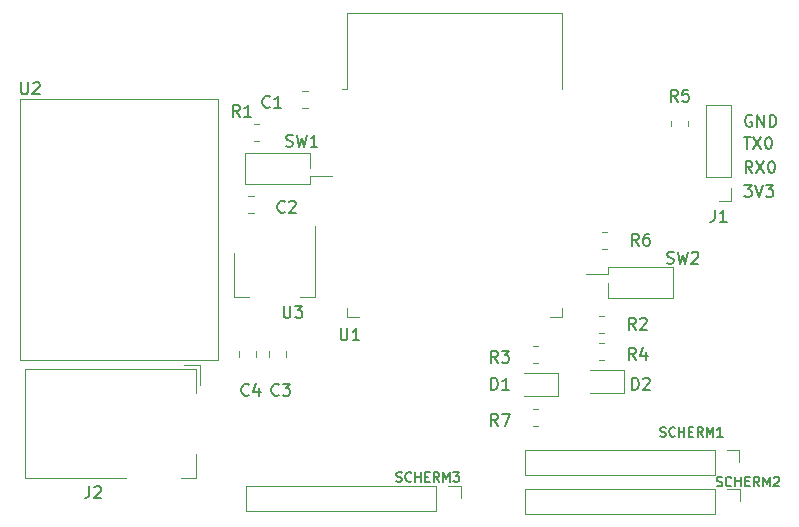
<source format=gbr>
%TF.GenerationSoftware,KiCad,Pcbnew,7.0.1*%
%TF.CreationDate,2023-03-21T17:25:17+01:00*%
%TF.ProjectId,PCB_uitlezen_gsm,5043425f-7569-4746-9c65-7a656e5f6773,rev?*%
%TF.SameCoordinates,Original*%
%TF.FileFunction,Legend,Top*%
%TF.FilePolarity,Positive*%
%FSLAX46Y46*%
G04 Gerber Fmt 4.6, Leading zero omitted, Abs format (unit mm)*
G04 Created by KiCad (PCBNEW 7.0.1) date 2023-03-21 17:25:17*
%MOMM*%
%LPD*%
G01*
G04 APERTURE LIST*
%ADD10C,0.150000*%
%ADD11C,0.120000*%
G04 APERTURE END LIST*
D10*
X140811238Y-80157619D02*
X141382666Y-80157619D01*
X141096952Y-81157619D02*
X141096952Y-80157619D01*
X141620762Y-80157619D02*
X142287428Y-81157619D01*
X142287428Y-80157619D02*
X141620762Y-81157619D01*
X142858857Y-80157619D02*
X142954095Y-80157619D01*
X142954095Y-80157619D02*
X143049333Y-80205238D01*
X143049333Y-80205238D02*
X143096952Y-80252857D01*
X143096952Y-80252857D02*
X143144571Y-80348095D01*
X143144571Y-80348095D02*
X143192190Y-80538571D01*
X143192190Y-80538571D02*
X143192190Y-80776666D01*
X143192190Y-80776666D02*
X143144571Y-80967142D01*
X143144571Y-80967142D02*
X143096952Y-81062380D01*
X143096952Y-81062380D02*
X143049333Y-81110000D01*
X143049333Y-81110000D02*
X142954095Y-81157619D01*
X142954095Y-81157619D02*
X142858857Y-81157619D01*
X142858857Y-81157619D02*
X142763619Y-81110000D01*
X142763619Y-81110000D02*
X142716000Y-81062380D01*
X142716000Y-81062380D02*
X142668381Y-80967142D01*
X142668381Y-80967142D02*
X142620762Y-80776666D01*
X142620762Y-80776666D02*
X142620762Y-80538571D01*
X142620762Y-80538571D02*
X142668381Y-80348095D01*
X142668381Y-80348095D02*
X142716000Y-80252857D01*
X142716000Y-80252857D02*
X142763619Y-80205238D01*
X142763619Y-80205238D02*
X142858857Y-80157619D01*
X141477904Y-78331238D02*
X141382666Y-78283619D01*
X141382666Y-78283619D02*
X141239809Y-78283619D01*
X141239809Y-78283619D02*
X141096952Y-78331238D01*
X141096952Y-78331238D02*
X141001714Y-78426476D01*
X141001714Y-78426476D02*
X140954095Y-78521714D01*
X140954095Y-78521714D02*
X140906476Y-78712190D01*
X140906476Y-78712190D02*
X140906476Y-78855047D01*
X140906476Y-78855047D02*
X140954095Y-79045523D01*
X140954095Y-79045523D02*
X141001714Y-79140761D01*
X141001714Y-79140761D02*
X141096952Y-79236000D01*
X141096952Y-79236000D02*
X141239809Y-79283619D01*
X141239809Y-79283619D02*
X141335047Y-79283619D01*
X141335047Y-79283619D02*
X141477904Y-79236000D01*
X141477904Y-79236000D02*
X141525523Y-79188380D01*
X141525523Y-79188380D02*
X141525523Y-78855047D01*
X141525523Y-78855047D02*
X141335047Y-78855047D01*
X141954095Y-79283619D02*
X141954095Y-78283619D01*
X141954095Y-78283619D02*
X142525523Y-79283619D01*
X142525523Y-79283619D02*
X142525523Y-78283619D01*
X143001714Y-79283619D02*
X143001714Y-78283619D01*
X143001714Y-78283619D02*
X143239809Y-78283619D01*
X143239809Y-78283619D02*
X143382666Y-78331238D01*
X143382666Y-78331238D02*
X143477904Y-78426476D01*
X143477904Y-78426476D02*
X143525523Y-78521714D01*
X143525523Y-78521714D02*
X143573142Y-78712190D01*
X143573142Y-78712190D02*
X143573142Y-78855047D01*
X143573142Y-78855047D02*
X143525523Y-79045523D01*
X143525523Y-79045523D02*
X143477904Y-79140761D01*
X143477904Y-79140761D02*
X143382666Y-79236000D01*
X143382666Y-79236000D02*
X143239809Y-79283619D01*
X143239809Y-79283619D02*
X143001714Y-79283619D01*
X140858857Y-84221619D02*
X141477904Y-84221619D01*
X141477904Y-84221619D02*
X141144571Y-84602571D01*
X141144571Y-84602571D02*
X141287428Y-84602571D01*
X141287428Y-84602571D02*
X141382666Y-84650190D01*
X141382666Y-84650190D02*
X141430285Y-84697809D01*
X141430285Y-84697809D02*
X141477904Y-84793047D01*
X141477904Y-84793047D02*
X141477904Y-85031142D01*
X141477904Y-85031142D02*
X141430285Y-85126380D01*
X141430285Y-85126380D02*
X141382666Y-85174000D01*
X141382666Y-85174000D02*
X141287428Y-85221619D01*
X141287428Y-85221619D02*
X141001714Y-85221619D01*
X141001714Y-85221619D02*
X140906476Y-85174000D01*
X140906476Y-85174000D02*
X140858857Y-85126380D01*
X141763619Y-84221619D02*
X142096952Y-85221619D01*
X142096952Y-85221619D02*
X142430285Y-84221619D01*
X142668381Y-84221619D02*
X143287428Y-84221619D01*
X143287428Y-84221619D02*
X142954095Y-84602571D01*
X142954095Y-84602571D02*
X143096952Y-84602571D01*
X143096952Y-84602571D02*
X143192190Y-84650190D01*
X143192190Y-84650190D02*
X143239809Y-84697809D01*
X143239809Y-84697809D02*
X143287428Y-84793047D01*
X143287428Y-84793047D02*
X143287428Y-85031142D01*
X143287428Y-85031142D02*
X143239809Y-85126380D01*
X143239809Y-85126380D02*
X143192190Y-85174000D01*
X143192190Y-85174000D02*
X143096952Y-85221619D01*
X143096952Y-85221619D02*
X142811238Y-85221619D01*
X142811238Y-85221619D02*
X142716000Y-85174000D01*
X142716000Y-85174000D02*
X142668381Y-85126380D01*
X141525523Y-83189619D02*
X141192190Y-82713428D01*
X140954095Y-83189619D02*
X140954095Y-82189619D01*
X140954095Y-82189619D02*
X141335047Y-82189619D01*
X141335047Y-82189619D02*
X141430285Y-82237238D01*
X141430285Y-82237238D02*
X141477904Y-82284857D01*
X141477904Y-82284857D02*
X141525523Y-82380095D01*
X141525523Y-82380095D02*
X141525523Y-82522952D01*
X141525523Y-82522952D02*
X141477904Y-82618190D01*
X141477904Y-82618190D02*
X141430285Y-82665809D01*
X141430285Y-82665809D02*
X141335047Y-82713428D01*
X141335047Y-82713428D02*
X140954095Y-82713428D01*
X141858857Y-82189619D02*
X142525523Y-83189619D01*
X142525523Y-82189619D02*
X141858857Y-83189619D01*
X143096952Y-82189619D02*
X143192190Y-82189619D01*
X143192190Y-82189619D02*
X143287428Y-82237238D01*
X143287428Y-82237238D02*
X143335047Y-82284857D01*
X143335047Y-82284857D02*
X143382666Y-82380095D01*
X143382666Y-82380095D02*
X143430285Y-82570571D01*
X143430285Y-82570571D02*
X143430285Y-82808666D01*
X143430285Y-82808666D02*
X143382666Y-82999142D01*
X143382666Y-82999142D02*
X143335047Y-83094380D01*
X143335047Y-83094380D02*
X143287428Y-83142000D01*
X143287428Y-83142000D02*
X143192190Y-83189619D01*
X143192190Y-83189619D02*
X143096952Y-83189619D01*
X143096952Y-83189619D02*
X143001714Y-83142000D01*
X143001714Y-83142000D02*
X142954095Y-83094380D01*
X142954095Y-83094380D02*
X142906476Y-82999142D01*
X142906476Y-82999142D02*
X142858857Y-82808666D01*
X142858857Y-82808666D02*
X142858857Y-82570571D01*
X142858857Y-82570571D02*
X142906476Y-82380095D01*
X142906476Y-82380095D02*
X142954095Y-82284857D01*
X142954095Y-82284857D02*
X143001714Y-82237238D01*
X143001714Y-82237238D02*
X143096952Y-82189619D01*
%TO.C,R7*%
X119975333Y-104602619D02*
X119642000Y-104126428D01*
X119403905Y-104602619D02*
X119403905Y-103602619D01*
X119403905Y-103602619D02*
X119784857Y-103602619D01*
X119784857Y-103602619D02*
X119880095Y-103650238D01*
X119880095Y-103650238D02*
X119927714Y-103697857D01*
X119927714Y-103697857D02*
X119975333Y-103793095D01*
X119975333Y-103793095D02*
X119975333Y-103935952D01*
X119975333Y-103935952D02*
X119927714Y-104031190D01*
X119927714Y-104031190D02*
X119880095Y-104078809D01*
X119880095Y-104078809D02*
X119784857Y-104126428D01*
X119784857Y-104126428D02*
X119403905Y-104126428D01*
X120308667Y-103602619D02*
X120975333Y-103602619D01*
X120975333Y-103602619D02*
X120546762Y-104602619D01*
%TO.C,R6*%
X131913333Y-89362619D02*
X131580000Y-88886428D01*
X131341905Y-89362619D02*
X131341905Y-88362619D01*
X131341905Y-88362619D02*
X131722857Y-88362619D01*
X131722857Y-88362619D02*
X131818095Y-88410238D01*
X131818095Y-88410238D02*
X131865714Y-88457857D01*
X131865714Y-88457857D02*
X131913333Y-88553095D01*
X131913333Y-88553095D02*
X131913333Y-88695952D01*
X131913333Y-88695952D02*
X131865714Y-88791190D01*
X131865714Y-88791190D02*
X131818095Y-88838809D01*
X131818095Y-88838809D02*
X131722857Y-88886428D01*
X131722857Y-88886428D02*
X131341905Y-88886428D01*
X132770476Y-88362619D02*
X132580000Y-88362619D01*
X132580000Y-88362619D02*
X132484762Y-88410238D01*
X132484762Y-88410238D02*
X132437143Y-88457857D01*
X132437143Y-88457857D02*
X132341905Y-88600714D01*
X132341905Y-88600714D02*
X132294286Y-88791190D01*
X132294286Y-88791190D02*
X132294286Y-89172142D01*
X132294286Y-89172142D02*
X132341905Y-89267380D01*
X132341905Y-89267380D02*
X132389524Y-89315000D01*
X132389524Y-89315000D02*
X132484762Y-89362619D01*
X132484762Y-89362619D02*
X132675238Y-89362619D01*
X132675238Y-89362619D02*
X132770476Y-89315000D01*
X132770476Y-89315000D02*
X132818095Y-89267380D01*
X132818095Y-89267380D02*
X132865714Y-89172142D01*
X132865714Y-89172142D02*
X132865714Y-88934047D01*
X132865714Y-88934047D02*
X132818095Y-88838809D01*
X132818095Y-88838809D02*
X132770476Y-88791190D01*
X132770476Y-88791190D02*
X132675238Y-88743571D01*
X132675238Y-88743571D02*
X132484762Y-88743571D01*
X132484762Y-88743571D02*
X132389524Y-88791190D01*
X132389524Y-88791190D02*
X132341905Y-88838809D01*
X132341905Y-88838809D02*
X132294286Y-88934047D01*
%TO.C,R3*%
X119975333Y-99268619D02*
X119642000Y-98792428D01*
X119403905Y-99268619D02*
X119403905Y-98268619D01*
X119403905Y-98268619D02*
X119784857Y-98268619D01*
X119784857Y-98268619D02*
X119880095Y-98316238D01*
X119880095Y-98316238D02*
X119927714Y-98363857D01*
X119927714Y-98363857D02*
X119975333Y-98459095D01*
X119975333Y-98459095D02*
X119975333Y-98601952D01*
X119975333Y-98601952D02*
X119927714Y-98697190D01*
X119927714Y-98697190D02*
X119880095Y-98744809D01*
X119880095Y-98744809D02*
X119784857Y-98792428D01*
X119784857Y-98792428D02*
X119403905Y-98792428D01*
X120308667Y-98268619D02*
X120927714Y-98268619D01*
X120927714Y-98268619D02*
X120594381Y-98649571D01*
X120594381Y-98649571D02*
X120737238Y-98649571D01*
X120737238Y-98649571D02*
X120832476Y-98697190D01*
X120832476Y-98697190D02*
X120880095Y-98744809D01*
X120880095Y-98744809D02*
X120927714Y-98840047D01*
X120927714Y-98840047D02*
X120927714Y-99078142D01*
X120927714Y-99078142D02*
X120880095Y-99173380D01*
X120880095Y-99173380D02*
X120832476Y-99221000D01*
X120832476Y-99221000D02*
X120737238Y-99268619D01*
X120737238Y-99268619D02*
X120451524Y-99268619D01*
X120451524Y-99268619D02*
X120356286Y-99221000D01*
X120356286Y-99221000D02*
X120308667Y-99173380D01*
%TO.C,R1*%
X98131333Y-78440619D02*
X97798000Y-77964428D01*
X97559905Y-78440619D02*
X97559905Y-77440619D01*
X97559905Y-77440619D02*
X97940857Y-77440619D01*
X97940857Y-77440619D02*
X98036095Y-77488238D01*
X98036095Y-77488238D02*
X98083714Y-77535857D01*
X98083714Y-77535857D02*
X98131333Y-77631095D01*
X98131333Y-77631095D02*
X98131333Y-77773952D01*
X98131333Y-77773952D02*
X98083714Y-77869190D01*
X98083714Y-77869190D02*
X98036095Y-77916809D01*
X98036095Y-77916809D02*
X97940857Y-77964428D01*
X97940857Y-77964428D02*
X97559905Y-77964428D01*
X99083714Y-78440619D02*
X98512286Y-78440619D01*
X98798000Y-78440619D02*
X98798000Y-77440619D01*
X98798000Y-77440619D02*
X98702762Y-77583476D01*
X98702762Y-77583476D02*
X98607524Y-77678714D01*
X98607524Y-77678714D02*
X98512286Y-77726333D01*
%TO.C,D1*%
X119403905Y-101554619D02*
X119403905Y-100554619D01*
X119403905Y-100554619D02*
X119642000Y-100554619D01*
X119642000Y-100554619D02*
X119784857Y-100602238D01*
X119784857Y-100602238D02*
X119880095Y-100697476D01*
X119880095Y-100697476D02*
X119927714Y-100792714D01*
X119927714Y-100792714D02*
X119975333Y-100983190D01*
X119975333Y-100983190D02*
X119975333Y-101126047D01*
X119975333Y-101126047D02*
X119927714Y-101316523D01*
X119927714Y-101316523D02*
X119880095Y-101411761D01*
X119880095Y-101411761D02*
X119784857Y-101507000D01*
X119784857Y-101507000D02*
X119642000Y-101554619D01*
X119642000Y-101554619D02*
X119403905Y-101554619D01*
X120927714Y-101554619D02*
X120356286Y-101554619D01*
X120642000Y-101554619D02*
X120642000Y-100554619D01*
X120642000Y-100554619D02*
X120546762Y-100697476D01*
X120546762Y-100697476D02*
X120451524Y-100792714D01*
X120451524Y-100792714D02*
X120356286Y-100840333D01*
%TO.C,C1*%
X100671333Y-77583380D02*
X100623714Y-77631000D01*
X100623714Y-77631000D02*
X100480857Y-77678619D01*
X100480857Y-77678619D02*
X100385619Y-77678619D01*
X100385619Y-77678619D02*
X100242762Y-77631000D01*
X100242762Y-77631000D02*
X100147524Y-77535761D01*
X100147524Y-77535761D02*
X100099905Y-77440523D01*
X100099905Y-77440523D02*
X100052286Y-77250047D01*
X100052286Y-77250047D02*
X100052286Y-77107190D01*
X100052286Y-77107190D02*
X100099905Y-76916714D01*
X100099905Y-76916714D02*
X100147524Y-76821476D01*
X100147524Y-76821476D02*
X100242762Y-76726238D01*
X100242762Y-76726238D02*
X100385619Y-76678619D01*
X100385619Y-76678619D02*
X100480857Y-76678619D01*
X100480857Y-76678619D02*
X100623714Y-76726238D01*
X100623714Y-76726238D02*
X100671333Y-76773857D01*
X101623714Y-77678619D02*
X101052286Y-77678619D01*
X101338000Y-77678619D02*
X101338000Y-76678619D01*
X101338000Y-76678619D02*
X101242762Y-76821476D01*
X101242762Y-76821476D02*
X101147524Y-76916714D01*
X101147524Y-76916714D02*
X101052286Y-76964333D01*
%TO.C,C2*%
X101941333Y-86473380D02*
X101893714Y-86521000D01*
X101893714Y-86521000D02*
X101750857Y-86568619D01*
X101750857Y-86568619D02*
X101655619Y-86568619D01*
X101655619Y-86568619D02*
X101512762Y-86521000D01*
X101512762Y-86521000D02*
X101417524Y-86425761D01*
X101417524Y-86425761D02*
X101369905Y-86330523D01*
X101369905Y-86330523D02*
X101322286Y-86140047D01*
X101322286Y-86140047D02*
X101322286Y-85997190D01*
X101322286Y-85997190D02*
X101369905Y-85806714D01*
X101369905Y-85806714D02*
X101417524Y-85711476D01*
X101417524Y-85711476D02*
X101512762Y-85616238D01*
X101512762Y-85616238D02*
X101655619Y-85568619D01*
X101655619Y-85568619D02*
X101750857Y-85568619D01*
X101750857Y-85568619D02*
X101893714Y-85616238D01*
X101893714Y-85616238D02*
X101941333Y-85663857D01*
X102322286Y-85663857D02*
X102369905Y-85616238D01*
X102369905Y-85616238D02*
X102465143Y-85568619D01*
X102465143Y-85568619D02*
X102703238Y-85568619D01*
X102703238Y-85568619D02*
X102798476Y-85616238D01*
X102798476Y-85616238D02*
X102846095Y-85663857D01*
X102846095Y-85663857D02*
X102893714Y-85759095D01*
X102893714Y-85759095D02*
X102893714Y-85854333D01*
X102893714Y-85854333D02*
X102846095Y-85997190D01*
X102846095Y-85997190D02*
X102274667Y-86568619D01*
X102274667Y-86568619D02*
X102893714Y-86568619D01*
%TO.C,SCHERM3*%
X111398380Y-109298000D02*
X111512666Y-109336095D01*
X111512666Y-109336095D02*
X111703142Y-109336095D01*
X111703142Y-109336095D02*
X111779333Y-109298000D01*
X111779333Y-109298000D02*
X111817428Y-109259904D01*
X111817428Y-109259904D02*
X111855523Y-109183714D01*
X111855523Y-109183714D02*
X111855523Y-109107523D01*
X111855523Y-109107523D02*
X111817428Y-109031333D01*
X111817428Y-109031333D02*
X111779333Y-108993238D01*
X111779333Y-108993238D02*
X111703142Y-108955142D01*
X111703142Y-108955142D02*
X111550761Y-108917047D01*
X111550761Y-108917047D02*
X111474571Y-108878952D01*
X111474571Y-108878952D02*
X111436476Y-108840857D01*
X111436476Y-108840857D02*
X111398380Y-108764666D01*
X111398380Y-108764666D02*
X111398380Y-108688476D01*
X111398380Y-108688476D02*
X111436476Y-108612285D01*
X111436476Y-108612285D02*
X111474571Y-108574190D01*
X111474571Y-108574190D02*
X111550761Y-108536095D01*
X111550761Y-108536095D02*
X111741238Y-108536095D01*
X111741238Y-108536095D02*
X111855523Y-108574190D01*
X112655524Y-109259904D02*
X112617428Y-109298000D01*
X112617428Y-109298000D02*
X112503143Y-109336095D01*
X112503143Y-109336095D02*
X112426952Y-109336095D01*
X112426952Y-109336095D02*
X112312666Y-109298000D01*
X112312666Y-109298000D02*
X112236476Y-109221809D01*
X112236476Y-109221809D02*
X112198381Y-109145619D01*
X112198381Y-109145619D02*
X112160285Y-108993238D01*
X112160285Y-108993238D02*
X112160285Y-108878952D01*
X112160285Y-108878952D02*
X112198381Y-108726571D01*
X112198381Y-108726571D02*
X112236476Y-108650380D01*
X112236476Y-108650380D02*
X112312666Y-108574190D01*
X112312666Y-108574190D02*
X112426952Y-108536095D01*
X112426952Y-108536095D02*
X112503143Y-108536095D01*
X112503143Y-108536095D02*
X112617428Y-108574190D01*
X112617428Y-108574190D02*
X112655524Y-108612285D01*
X112998381Y-109336095D02*
X112998381Y-108536095D01*
X112998381Y-108917047D02*
X113455524Y-108917047D01*
X113455524Y-109336095D02*
X113455524Y-108536095D01*
X113836476Y-108917047D02*
X114103142Y-108917047D01*
X114217428Y-109336095D02*
X113836476Y-109336095D01*
X113836476Y-109336095D02*
X113836476Y-108536095D01*
X113836476Y-108536095D02*
X114217428Y-108536095D01*
X115017429Y-109336095D02*
X114750762Y-108955142D01*
X114560286Y-109336095D02*
X114560286Y-108536095D01*
X114560286Y-108536095D02*
X114865048Y-108536095D01*
X114865048Y-108536095D02*
X114941238Y-108574190D01*
X114941238Y-108574190D02*
X114979333Y-108612285D01*
X114979333Y-108612285D02*
X115017429Y-108688476D01*
X115017429Y-108688476D02*
X115017429Y-108802761D01*
X115017429Y-108802761D02*
X114979333Y-108878952D01*
X114979333Y-108878952D02*
X114941238Y-108917047D01*
X114941238Y-108917047D02*
X114865048Y-108955142D01*
X114865048Y-108955142D02*
X114560286Y-108955142D01*
X115360286Y-109336095D02*
X115360286Y-108536095D01*
X115360286Y-108536095D02*
X115626952Y-109107523D01*
X115626952Y-109107523D02*
X115893619Y-108536095D01*
X115893619Y-108536095D02*
X115893619Y-109336095D01*
X116198381Y-108536095D02*
X116693619Y-108536095D01*
X116693619Y-108536095D02*
X116426953Y-108840857D01*
X116426953Y-108840857D02*
X116541238Y-108840857D01*
X116541238Y-108840857D02*
X116617429Y-108878952D01*
X116617429Y-108878952D02*
X116655524Y-108917047D01*
X116655524Y-108917047D02*
X116693619Y-108993238D01*
X116693619Y-108993238D02*
X116693619Y-109183714D01*
X116693619Y-109183714D02*
X116655524Y-109259904D01*
X116655524Y-109259904D02*
X116617429Y-109298000D01*
X116617429Y-109298000D02*
X116541238Y-109336095D01*
X116541238Y-109336095D02*
X116312667Y-109336095D01*
X116312667Y-109336095D02*
X116236476Y-109298000D01*
X116236476Y-109298000D02*
X116198381Y-109259904D01*
%TO.C,R5*%
X135215333Y-77170619D02*
X134882000Y-76694428D01*
X134643905Y-77170619D02*
X134643905Y-76170619D01*
X134643905Y-76170619D02*
X135024857Y-76170619D01*
X135024857Y-76170619D02*
X135120095Y-76218238D01*
X135120095Y-76218238D02*
X135167714Y-76265857D01*
X135167714Y-76265857D02*
X135215333Y-76361095D01*
X135215333Y-76361095D02*
X135215333Y-76503952D01*
X135215333Y-76503952D02*
X135167714Y-76599190D01*
X135167714Y-76599190D02*
X135120095Y-76646809D01*
X135120095Y-76646809D02*
X135024857Y-76694428D01*
X135024857Y-76694428D02*
X134643905Y-76694428D01*
X136120095Y-76170619D02*
X135643905Y-76170619D01*
X135643905Y-76170619D02*
X135596286Y-76646809D01*
X135596286Y-76646809D02*
X135643905Y-76599190D01*
X135643905Y-76599190D02*
X135739143Y-76551571D01*
X135739143Y-76551571D02*
X135977238Y-76551571D01*
X135977238Y-76551571D02*
X136072476Y-76599190D01*
X136072476Y-76599190D02*
X136120095Y-76646809D01*
X136120095Y-76646809D02*
X136167714Y-76742047D01*
X136167714Y-76742047D02*
X136167714Y-76980142D01*
X136167714Y-76980142D02*
X136120095Y-77075380D01*
X136120095Y-77075380D02*
X136072476Y-77123000D01*
X136072476Y-77123000D02*
X135977238Y-77170619D01*
X135977238Y-77170619D02*
X135739143Y-77170619D01*
X135739143Y-77170619D02*
X135643905Y-77123000D01*
X135643905Y-77123000D02*
X135596286Y-77075380D01*
%TO.C,R2*%
X131659333Y-96474619D02*
X131326000Y-95998428D01*
X131087905Y-96474619D02*
X131087905Y-95474619D01*
X131087905Y-95474619D02*
X131468857Y-95474619D01*
X131468857Y-95474619D02*
X131564095Y-95522238D01*
X131564095Y-95522238D02*
X131611714Y-95569857D01*
X131611714Y-95569857D02*
X131659333Y-95665095D01*
X131659333Y-95665095D02*
X131659333Y-95807952D01*
X131659333Y-95807952D02*
X131611714Y-95903190D01*
X131611714Y-95903190D02*
X131564095Y-95950809D01*
X131564095Y-95950809D02*
X131468857Y-95998428D01*
X131468857Y-95998428D02*
X131087905Y-95998428D01*
X132040286Y-95569857D02*
X132087905Y-95522238D01*
X132087905Y-95522238D02*
X132183143Y-95474619D01*
X132183143Y-95474619D02*
X132421238Y-95474619D01*
X132421238Y-95474619D02*
X132516476Y-95522238D01*
X132516476Y-95522238D02*
X132564095Y-95569857D01*
X132564095Y-95569857D02*
X132611714Y-95665095D01*
X132611714Y-95665095D02*
X132611714Y-95760333D01*
X132611714Y-95760333D02*
X132564095Y-95903190D01*
X132564095Y-95903190D02*
X131992667Y-96474619D01*
X131992667Y-96474619D02*
X132611714Y-96474619D01*
%TO.C,U2*%
X79629095Y-75535619D02*
X79629095Y-76345142D01*
X79629095Y-76345142D02*
X79676714Y-76440380D01*
X79676714Y-76440380D02*
X79724333Y-76488000D01*
X79724333Y-76488000D02*
X79819571Y-76535619D01*
X79819571Y-76535619D02*
X80010047Y-76535619D01*
X80010047Y-76535619D02*
X80105285Y-76488000D01*
X80105285Y-76488000D02*
X80152904Y-76440380D01*
X80152904Y-76440380D02*
X80200523Y-76345142D01*
X80200523Y-76345142D02*
X80200523Y-75535619D01*
X80629095Y-75630857D02*
X80676714Y-75583238D01*
X80676714Y-75583238D02*
X80771952Y-75535619D01*
X80771952Y-75535619D02*
X81010047Y-75535619D01*
X81010047Y-75535619D02*
X81105285Y-75583238D01*
X81105285Y-75583238D02*
X81152904Y-75630857D01*
X81152904Y-75630857D02*
X81200523Y-75726095D01*
X81200523Y-75726095D02*
X81200523Y-75821333D01*
X81200523Y-75821333D02*
X81152904Y-75964190D01*
X81152904Y-75964190D02*
X80581476Y-76535619D01*
X80581476Y-76535619D02*
X81200523Y-76535619D01*
%TO.C,SCHERM1*%
X133727380Y-105482000D02*
X133841666Y-105520095D01*
X133841666Y-105520095D02*
X134032142Y-105520095D01*
X134032142Y-105520095D02*
X134108333Y-105482000D01*
X134108333Y-105482000D02*
X134146428Y-105443904D01*
X134146428Y-105443904D02*
X134184523Y-105367714D01*
X134184523Y-105367714D02*
X134184523Y-105291523D01*
X134184523Y-105291523D02*
X134146428Y-105215333D01*
X134146428Y-105215333D02*
X134108333Y-105177238D01*
X134108333Y-105177238D02*
X134032142Y-105139142D01*
X134032142Y-105139142D02*
X133879761Y-105101047D01*
X133879761Y-105101047D02*
X133803571Y-105062952D01*
X133803571Y-105062952D02*
X133765476Y-105024857D01*
X133765476Y-105024857D02*
X133727380Y-104948666D01*
X133727380Y-104948666D02*
X133727380Y-104872476D01*
X133727380Y-104872476D02*
X133765476Y-104796285D01*
X133765476Y-104796285D02*
X133803571Y-104758190D01*
X133803571Y-104758190D02*
X133879761Y-104720095D01*
X133879761Y-104720095D02*
X134070238Y-104720095D01*
X134070238Y-104720095D02*
X134184523Y-104758190D01*
X134984524Y-105443904D02*
X134946428Y-105482000D01*
X134946428Y-105482000D02*
X134832143Y-105520095D01*
X134832143Y-105520095D02*
X134755952Y-105520095D01*
X134755952Y-105520095D02*
X134641666Y-105482000D01*
X134641666Y-105482000D02*
X134565476Y-105405809D01*
X134565476Y-105405809D02*
X134527381Y-105329619D01*
X134527381Y-105329619D02*
X134489285Y-105177238D01*
X134489285Y-105177238D02*
X134489285Y-105062952D01*
X134489285Y-105062952D02*
X134527381Y-104910571D01*
X134527381Y-104910571D02*
X134565476Y-104834380D01*
X134565476Y-104834380D02*
X134641666Y-104758190D01*
X134641666Y-104758190D02*
X134755952Y-104720095D01*
X134755952Y-104720095D02*
X134832143Y-104720095D01*
X134832143Y-104720095D02*
X134946428Y-104758190D01*
X134946428Y-104758190D02*
X134984524Y-104796285D01*
X135327381Y-105520095D02*
X135327381Y-104720095D01*
X135327381Y-105101047D02*
X135784524Y-105101047D01*
X135784524Y-105520095D02*
X135784524Y-104720095D01*
X136165476Y-105101047D02*
X136432142Y-105101047D01*
X136546428Y-105520095D02*
X136165476Y-105520095D01*
X136165476Y-105520095D02*
X136165476Y-104720095D01*
X136165476Y-104720095D02*
X136546428Y-104720095D01*
X137346429Y-105520095D02*
X137079762Y-105139142D01*
X136889286Y-105520095D02*
X136889286Y-104720095D01*
X136889286Y-104720095D02*
X137194048Y-104720095D01*
X137194048Y-104720095D02*
X137270238Y-104758190D01*
X137270238Y-104758190D02*
X137308333Y-104796285D01*
X137308333Y-104796285D02*
X137346429Y-104872476D01*
X137346429Y-104872476D02*
X137346429Y-104986761D01*
X137346429Y-104986761D02*
X137308333Y-105062952D01*
X137308333Y-105062952D02*
X137270238Y-105101047D01*
X137270238Y-105101047D02*
X137194048Y-105139142D01*
X137194048Y-105139142D02*
X136889286Y-105139142D01*
X137689286Y-105520095D02*
X137689286Y-104720095D01*
X137689286Y-104720095D02*
X137955952Y-105291523D01*
X137955952Y-105291523D02*
X138222619Y-104720095D01*
X138222619Y-104720095D02*
X138222619Y-105520095D01*
X139022619Y-105520095D02*
X138565476Y-105520095D01*
X138794048Y-105520095D02*
X138794048Y-104720095D01*
X138794048Y-104720095D02*
X138717857Y-104834380D01*
X138717857Y-104834380D02*
X138641667Y-104910571D01*
X138641667Y-104910571D02*
X138565476Y-104948666D01*
%TO.C,J1*%
X138350666Y-86330619D02*
X138350666Y-87044904D01*
X138350666Y-87044904D02*
X138303047Y-87187761D01*
X138303047Y-87187761D02*
X138207809Y-87283000D01*
X138207809Y-87283000D02*
X138064952Y-87330619D01*
X138064952Y-87330619D02*
X137969714Y-87330619D01*
X139350666Y-87330619D02*
X138779238Y-87330619D01*
X139064952Y-87330619D02*
X139064952Y-86330619D01*
X139064952Y-86330619D02*
X138969714Y-86473476D01*
X138969714Y-86473476D02*
X138874476Y-86568714D01*
X138874476Y-86568714D02*
X138779238Y-86616333D01*
%TO.C,C4*%
X98893333Y-101967380D02*
X98845714Y-102015000D01*
X98845714Y-102015000D02*
X98702857Y-102062619D01*
X98702857Y-102062619D02*
X98607619Y-102062619D01*
X98607619Y-102062619D02*
X98464762Y-102015000D01*
X98464762Y-102015000D02*
X98369524Y-101919761D01*
X98369524Y-101919761D02*
X98321905Y-101824523D01*
X98321905Y-101824523D02*
X98274286Y-101634047D01*
X98274286Y-101634047D02*
X98274286Y-101491190D01*
X98274286Y-101491190D02*
X98321905Y-101300714D01*
X98321905Y-101300714D02*
X98369524Y-101205476D01*
X98369524Y-101205476D02*
X98464762Y-101110238D01*
X98464762Y-101110238D02*
X98607619Y-101062619D01*
X98607619Y-101062619D02*
X98702857Y-101062619D01*
X98702857Y-101062619D02*
X98845714Y-101110238D01*
X98845714Y-101110238D02*
X98893333Y-101157857D01*
X99750476Y-101395952D02*
X99750476Y-102062619D01*
X99512381Y-101015000D02*
X99274286Y-101729285D01*
X99274286Y-101729285D02*
X99893333Y-101729285D01*
%TO.C,R4*%
X131659333Y-99014619D02*
X131326000Y-98538428D01*
X131087905Y-99014619D02*
X131087905Y-98014619D01*
X131087905Y-98014619D02*
X131468857Y-98014619D01*
X131468857Y-98014619D02*
X131564095Y-98062238D01*
X131564095Y-98062238D02*
X131611714Y-98109857D01*
X131611714Y-98109857D02*
X131659333Y-98205095D01*
X131659333Y-98205095D02*
X131659333Y-98347952D01*
X131659333Y-98347952D02*
X131611714Y-98443190D01*
X131611714Y-98443190D02*
X131564095Y-98490809D01*
X131564095Y-98490809D02*
X131468857Y-98538428D01*
X131468857Y-98538428D02*
X131087905Y-98538428D01*
X132516476Y-98347952D02*
X132516476Y-99014619D01*
X132278381Y-97967000D02*
X132040286Y-98681285D01*
X132040286Y-98681285D02*
X132659333Y-98681285D01*
%TO.C,U3*%
X101854095Y-94458619D02*
X101854095Y-95268142D01*
X101854095Y-95268142D02*
X101901714Y-95363380D01*
X101901714Y-95363380D02*
X101949333Y-95411000D01*
X101949333Y-95411000D02*
X102044571Y-95458619D01*
X102044571Y-95458619D02*
X102235047Y-95458619D01*
X102235047Y-95458619D02*
X102330285Y-95411000D01*
X102330285Y-95411000D02*
X102377904Y-95363380D01*
X102377904Y-95363380D02*
X102425523Y-95268142D01*
X102425523Y-95268142D02*
X102425523Y-94458619D01*
X102806476Y-94458619D02*
X103425523Y-94458619D01*
X103425523Y-94458619D02*
X103092190Y-94839571D01*
X103092190Y-94839571D02*
X103235047Y-94839571D01*
X103235047Y-94839571D02*
X103330285Y-94887190D01*
X103330285Y-94887190D02*
X103377904Y-94934809D01*
X103377904Y-94934809D02*
X103425523Y-95030047D01*
X103425523Y-95030047D02*
X103425523Y-95268142D01*
X103425523Y-95268142D02*
X103377904Y-95363380D01*
X103377904Y-95363380D02*
X103330285Y-95411000D01*
X103330285Y-95411000D02*
X103235047Y-95458619D01*
X103235047Y-95458619D02*
X102949333Y-95458619D01*
X102949333Y-95458619D02*
X102854095Y-95411000D01*
X102854095Y-95411000D02*
X102806476Y-95363380D01*
%TO.C,SW2*%
X134302667Y-90839000D02*
X134445524Y-90886619D01*
X134445524Y-90886619D02*
X134683619Y-90886619D01*
X134683619Y-90886619D02*
X134778857Y-90839000D01*
X134778857Y-90839000D02*
X134826476Y-90791380D01*
X134826476Y-90791380D02*
X134874095Y-90696142D01*
X134874095Y-90696142D02*
X134874095Y-90600904D01*
X134874095Y-90600904D02*
X134826476Y-90505666D01*
X134826476Y-90505666D02*
X134778857Y-90458047D01*
X134778857Y-90458047D02*
X134683619Y-90410428D01*
X134683619Y-90410428D02*
X134493143Y-90362809D01*
X134493143Y-90362809D02*
X134397905Y-90315190D01*
X134397905Y-90315190D02*
X134350286Y-90267571D01*
X134350286Y-90267571D02*
X134302667Y-90172333D01*
X134302667Y-90172333D02*
X134302667Y-90077095D01*
X134302667Y-90077095D02*
X134350286Y-89981857D01*
X134350286Y-89981857D02*
X134397905Y-89934238D01*
X134397905Y-89934238D02*
X134493143Y-89886619D01*
X134493143Y-89886619D02*
X134731238Y-89886619D01*
X134731238Y-89886619D02*
X134874095Y-89934238D01*
X135207429Y-89886619D02*
X135445524Y-90886619D01*
X135445524Y-90886619D02*
X135636000Y-90172333D01*
X135636000Y-90172333D02*
X135826476Y-90886619D01*
X135826476Y-90886619D02*
X136064572Y-89886619D01*
X136397905Y-89981857D02*
X136445524Y-89934238D01*
X136445524Y-89934238D02*
X136540762Y-89886619D01*
X136540762Y-89886619D02*
X136778857Y-89886619D01*
X136778857Y-89886619D02*
X136874095Y-89934238D01*
X136874095Y-89934238D02*
X136921714Y-89981857D01*
X136921714Y-89981857D02*
X136969333Y-90077095D01*
X136969333Y-90077095D02*
X136969333Y-90172333D01*
X136969333Y-90172333D02*
X136921714Y-90315190D01*
X136921714Y-90315190D02*
X136350286Y-90886619D01*
X136350286Y-90886619D02*
X136969333Y-90886619D01*
%TO.C,J2*%
X85391666Y-109713619D02*
X85391666Y-110427904D01*
X85391666Y-110427904D02*
X85344047Y-110570761D01*
X85344047Y-110570761D02*
X85248809Y-110666000D01*
X85248809Y-110666000D02*
X85105952Y-110713619D01*
X85105952Y-110713619D02*
X85010714Y-110713619D01*
X85820238Y-109808857D02*
X85867857Y-109761238D01*
X85867857Y-109761238D02*
X85963095Y-109713619D01*
X85963095Y-109713619D02*
X86201190Y-109713619D01*
X86201190Y-109713619D02*
X86296428Y-109761238D01*
X86296428Y-109761238D02*
X86344047Y-109808857D01*
X86344047Y-109808857D02*
X86391666Y-109904095D01*
X86391666Y-109904095D02*
X86391666Y-109999333D01*
X86391666Y-109999333D02*
X86344047Y-110142190D01*
X86344047Y-110142190D02*
X85772619Y-110713619D01*
X85772619Y-110713619D02*
X86391666Y-110713619D01*
%TO.C,C3*%
X101433333Y-101967380D02*
X101385714Y-102015000D01*
X101385714Y-102015000D02*
X101242857Y-102062619D01*
X101242857Y-102062619D02*
X101147619Y-102062619D01*
X101147619Y-102062619D02*
X101004762Y-102015000D01*
X101004762Y-102015000D02*
X100909524Y-101919761D01*
X100909524Y-101919761D02*
X100861905Y-101824523D01*
X100861905Y-101824523D02*
X100814286Y-101634047D01*
X100814286Y-101634047D02*
X100814286Y-101491190D01*
X100814286Y-101491190D02*
X100861905Y-101300714D01*
X100861905Y-101300714D02*
X100909524Y-101205476D01*
X100909524Y-101205476D02*
X101004762Y-101110238D01*
X101004762Y-101110238D02*
X101147619Y-101062619D01*
X101147619Y-101062619D02*
X101242857Y-101062619D01*
X101242857Y-101062619D02*
X101385714Y-101110238D01*
X101385714Y-101110238D02*
X101433333Y-101157857D01*
X101766667Y-101062619D02*
X102385714Y-101062619D01*
X102385714Y-101062619D02*
X102052381Y-101443571D01*
X102052381Y-101443571D02*
X102195238Y-101443571D01*
X102195238Y-101443571D02*
X102290476Y-101491190D01*
X102290476Y-101491190D02*
X102338095Y-101538809D01*
X102338095Y-101538809D02*
X102385714Y-101634047D01*
X102385714Y-101634047D02*
X102385714Y-101872142D01*
X102385714Y-101872142D02*
X102338095Y-101967380D01*
X102338095Y-101967380D02*
X102290476Y-102015000D01*
X102290476Y-102015000D02*
X102195238Y-102062619D01*
X102195238Y-102062619D02*
X101909524Y-102062619D01*
X101909524Y-102062619D02*
X101814286Y-102015000D01*
X101814286Y-102015000D02*
X101766667Y-101967380D01*
%TO.C,U1*%
X106680095Y-96363619D02*
X106680095Y-97173142D01*
X106680095Y-97173142D02*
X106727714Y-97268380D01*
X106727714Y-97268380D02*
X106775333Y-97316000D01*
X106775333Y-97316000D02*
X106870571Y-97363619D01*
X106870571Y-97363619D02*
X107061047Y-97363619D01*
X107061047Y-97363619D02*
X107156285Y-97316000D01*
X107156285Y-97316000D02*
X107203904Y-97268380D01*
X107203904Y-97268380D02*
X107251523Y-97173142D01*
X107251523Y-97173142D02*
X107251523Y-96363619D01*
X108251523Y-97363619D02*
X107680095Y-97363619D01*
X107965809Y-97363619D02*
X107965809Y-96363619D01*
X107965809Y-96363619D02*
X107870571Y-96506476D01*
X107870571Y-96506476D02*
X107775333Y-96601714D01*
X107775333Y-96601714D02*
X107680095Y-96649333D01*
%TO.C,SCHERM2*%
X138502380Y-109707000D02*
X138616666Y-109745095D01*
X138616666Y-109745095D02*
X138807142Y-109745095D01*
X138807142Y-109745095D02*
X138883333Y-109707000D01*
X138883333Y-109707000D02*
X138921428Y-109668904D01*
X138921428Y-109668904D02*
X138959523Y-109592714D01*
X138959523Y-109592714D02*
X138959523Y-109516523D01*
X138959523Y-109516523D02*
X138921428Y-109440333D01*
X138921428Y-109440333D02*
X138883333Y-109402238D01*
X138883333Y-109402238D02*
X138807142Y-109364142D01*
X138807142Y-109364142D02*
X138654761Y-109326047D01*
X138654761Y-109326047D02*
X138578571Y-109287952D01*
X138578571Y-109287952D02*
X138540476Y-109249857D01*
X138540476Y-109249857D02*
X138502380Y-109173666D01*
X138502380Y-109173666D02*
X138502380Y-109097476D01*
X138502380Y-109097476D02*
X138540476Y-109021285D01*
X138540476Y-109021285D02*
X138578571Y-108983190D01*
X138578571Y-108983190D02*
X138654761Y-108945095D01*
X138654761Y-108945095D02*
X138845238Y-108945095D01*
X138845238Y-108945095D02*
X138959523Y-108983190D01*
X139759524Y-109668904D02*
X139721428Y-109707000D01*
X139721428Y-109707000D02*
X139607143Y-109745095D01*
X139607143Y-109745095D02*
X139530952Y-109745095D01*
X139530952Y-109745095D02*
X139416666Y-109707000D01*
X139416666Y-109707000D02*
X139340476Y-109630809D01*
X139340476Y-109630809D02*
X139302381Y-109554619D01*
X139302381Y-109554619D02*
X139264285Y-109402238D01*
X139264285Y-109402238D02*
X139264285Y-109287952D01*
X139264285Y-109287952D02*
X139302381Y-109135571D01*
X139302381Y-109135571D02*
X139340476Y-109059380D01*
X139340476Y-109059380D02*
X139416666Y-108983190D01*
X139416666Y-108983190D02*
X139530952Y-108945095D01*
X139530952Y-108945095D02*
X139607143Y-108945095D01*
X139607143Y-108945095D02*
X139721428Y-108983190D01*
X139721428Y-108983190D02*
X139759524Y-109021285D01*
X140102381Y-109745095D02*
X140102381Y-108945095D01*
X140102381Y-109326047D02*
X140559524Y-109326047D01*
X140559524Y-109745095D02*
X140559524Y-108945095D01*
X140940476Y-109326047D02*
X141207142Y-109326047D01*
X141321428Y-109745095D02*
X140940476Y-109745095D01*
X140940476Y-109745095D02*
X140940476Y-108945095D01*
X140940476Y-108945095D02*
X141321428Y-108945095D01*
X142121429Y-109745095D02*
X141854762Y-109364142D01*
X141664286Y-109745095D02*
X141664286Y-108945095D01*
X141664286Y-108945095D02*
X141969048Y-108945095D01*
X141969048Y-108945095D02*
X142045238Y-108983190D01*
X142045238Y-108983190D02*
X142083333Y-109021285D01*
X142083333Y-109021285D02*
X142121429Y-109097476D01*
X142121429Y-109097476D02*
X142121429Y-109211761D01*
X142121429Y-109211761D02*
X142083333Y-109287952D01*
X142083333Y-109287952D02*
X142045238Y-109326047D01*
X142045238Y-109326047D02*
X141969048Y-109364142D01*
X141969048Y-109364142D02*
X141664286Y-109364142D01*
X142464286Y-109745095D02*
X142464286Y-108945095D01*
X142464286Y-108945095D02*
X142730952Y-109516523D01*
X142730952Y-109516523D02*
X142997619Y-108945095D01*
X142997619Y-108945095D02*
X142997619Y-109745095D01*
X143340476Y-109021285D02*
X143378572Y-108983190D01*
X143378572Y-108983190D02*
X143454762Y-108945095D01*
X143454762Y-108945095D02*
X143645238Y-108945095D01*
X143645238Y-108945095D02*
X143721429Y-108983190D01*
X143721429Y-108983190D02*
X143759524Y-109021285D01*
X143759524Y-109021285D02*
X143797619Y-109097476D01*
X143797619Y-109097476D02*
X143797619Y-109173666D01*
X143797619Y-109173666D02*
X143759524Y-109287952D01*
X143759524Y-109287952D02*
X143302381Y-109745095D01*
X143302381Y-109745095D02*
X143797619Y-109745095D01*
%TO.C,D2*%
X131341905Y-101554619D02*
X131341905Y-100554619D01*
X131341905Y-100554619D02*
X131580000Y-100554619D01*
X131580000Y-100554619D02*
X131722857Y-100602238D01*
X131722857Y-100602238D02*
X131818095Y-100697476D01*
X131818095Y-100697476D02*
X131865714Y-100792714D01*
X131865714Y-100792714D02*
X131913333Y-100983190D01*
X131913333Y-100983190D02*
X131913333Y-101126047D01*
X131913333Y-101126047D02*
X131865714Y-101316523D01*
X131865714Y-101316523D02*
X131818095Y-101411761D01*
X131818095Y-101411761D02*
X131722857Y-101507000D01*
X131722857Y-101507000D02*
X131580000Y-101554619D01*
X131580000Y-101554619D02*
X131341905Y-101554619D01*
X132294286Y-100649857D02*
X132341905Y-100602238D01*
X132341905Y-100602238D02*
X132437143Y-100554619D01*
X132437143Y-100554619D02*
X132675238Y-100554619D01*
X132675238Y-100554619D02*
X132770476Y-100602238D01*
X132770476Y-100602238D02*
X132818095Y-100649857D01*
X132818095Y-100649857D02*
X132865714Y-100745095D01*
X132865714Y-100745095D02*
X132865714Y-100840333D01*
X132865714Y-100840333D02*
X132818095Y-100983190D01*
X132818095Y-100983190D02*
X132246667Y-101554619D01*
X132246667Y-101554619D02*
X132865714Y-101554619D01*
%TO.C,SW1*%
X102044667Y-80933000D02*
X102187524Y-80980619D01*
X102187524Y-80980619D02*
X102425619Y-80980619D01*
X102425619Y-80980619D02*
X102520857Y-80933000D01*
X102520857Y-80933000D02*
X102568476Y-80885380D01*
X102568476Y-80885380D02*
X102616095Y-80790142D01*
X102616095Y-80790142D02*
X102616095Y-80694904D01*
X102616095Y-80694904D02*
X102568476Y-80599666D01*
X102568476Y-80599666D02*
X102520857Y-80552047D01*
X102520857Y-80552047D02*
X102425619Y-80504428D01*
X102425619Y-80504428D02*
X102235143Y-80456809D01*
X102235143Y-80456809D02*
X102139905Y-80409190D01*
X102139905Y-80409190D02*
X102092286Y-80361571D01*
X102092286Y-80361571D02*
X102044667Y-80266333D01*
X102044667Y-80266333D02*
X102044667Y-80171095D01*
X102044667Y-80171095D02*
X102092286Y-80075857D01*
X102092286Y-80075857D02*
X102139905Y-80028238D01*
X102139905Y-80028238D02*
X102235143Y-79980619D01*
X102235143Y-79980619D02*
X102473238Y-79980619D01*
X102473238Y-79980619D02*
X102616095Y-80028238D01*
X102949429Y-79980619D02*
X103187524Y-80980619D01*
X103187524Y-80980619D02*
X103378000Y-80266333D01*
X103378000Y-80266333D02*
X103568476Y-80980619D01*
X103568476Y-80980619D02*
X103806572Y-79980619D01*
X104711333Y-80980619D02*
X104139905Y-80980619D01*
X104425619Y-80980619D02*
X104425619Y-79980619D01*
X104425619Y-79980619D02*
X104330381Y-80123476D01*
X104330381Y-80123476D02*
X104235143Y-80218714D01*
X104235143Y-80218714D02*
X104139905Y-80266333D01*
D11*
%TO.C,R7*%
X123417064Y-104621000D02*
X122962936Y-104621000D01*
X123417064Y-103151000D02*
X122962936Y-103151000D01*
%TO.C,R6*%
X129259064Y-89635000D02*
X128804936Y-89635000D01*
X129259064Y-88165000D02*
X128804936Y-88165000D01*
%TO.C,R3*%
X123417064Y-99287000D02*
X122962936Y-99287000D01*
X123417064Y-97817000D02*
X122962936Y-97817000D01*
%TO.C,R1*%
X99340936Y-79021000D02*
X99795064Y-79021000D01*
X99340936Y-80491000D02*
X99795064Y-80491000D01*
%TO.C,D1*%
X125050000Y-102052000D02*
X125050000Y-100132000D01*
X125050000Y-100132000D02*
X122190000Y-100132000D01*
X122190000Y-102052000D02*
X125050000Y-102052000D01*
%TO.C,C1*%
X103893252Y-77697000D02*
X103370748Y-77697000D01*
X103893252Y-76227000D02*
X103370748Y-76227000D01*
%TO.C,C2*%
X99321252Y-86587000D02*
X98798748Y-86587000D01*
X99321252Y-85117000D02*
X98798748Y-85117000D01*
%TO.C,SCHERM3*%
X116820000Y-109684000D02*
X116820000Y-110744000D01*
X115760000Y-109684000D02*
X116820000Y-109684000D01*
X114760000Y-109684000D02*
X98700000Y-109684000D01*
X114760000Y-109684000D02*
X114760000Y-111804000D01*
X98700000Y-109684000D02*
X98700000Y-111804000D01*
X114760000Y-111804000D02*
X98700000Y-111804000D01*
%TO.C,R5*%
X136117000Y-78782936D02*
X136117000Y-79237064D01*
X134647000Y-78782936D02*
X134647000Y-79237064D01*
%TO.C,R2*%
X129005064Y-96747000D02*
X128550936Y-96747000D01*
X129005064Y-95277000D02*
X128550936Y-95277000D01*
%TO.C,U2*%
X96266000Y-76930000D02*
X79502000Y-76930000D01*
X79502000Y-76930000D02*
X79502000Y-99028000D01*
X79502000Y-99028000D02*
X96266000Y-99028000D01*
X96266000Y-99028000D02*
X96266000Y-76930000D01*
%TO.C,SCHERM1*%
X140441000Y-106636000D02*
X140441000Y-107696000D01*
X139381000Y-106636000D02*
X140441000Y-106636000D01*
X138381000Y-106636000D02*
X122321000Y-106636000D01*
X138381000Y-106636000D02*
X138381000Y-108756000D01*
X122321000Y-106636000D02*
X122321000Y-108756000D01*
X138381000Y-108756000D02*
X122321000Y-108756000D01*
%TO.C,J1*%
X139744000Y-85578000D02*
X138684000Y-85578000D01*
X139744000Y-84518000D02*
X139744000Y-85578000D01*
X139744000Y-83518000D02*
X139744000Y-77458000D01*
X139744000Y-83518000D02*
X137624000Y-83518000D01*
X139744000Y-77458000D02*
X137624000Y-77458000D01*
X137624000Y-83518000D02*
X137624000Y-77458000D01*
%TO.C,C4*%
X99541000Y-98290748D02*
X99541000Y-98813252D01*
X98071000Y-98290748D02*
X98071000Y-98813252D01*
%TO.C,R4*%
X129005064Y-99033000D02*
X128550936Y-99033000D01*
X129005064Y-97563000D02*
X128550936Y-97563000D01*
%TO.C,U3*%
X104502000Y-87696000D02*
X104502000Y-93706000D01*
X97682000Y-89946000D02*
X97682000Y-93706000D01*
X104502000Y-93706000D02*
X103242000Y-93706000D01*
X97682000Y-93706000D02*
X98942000Y-93706000D01*
%TO.C,SW2*%
X127470000Y-91776000D02*
X129320000Y-91776000D01*
X129320000Y-91126000D02*
X129320000Y-91776000D01*
X129320000Y-91126000D02*
X134840000Y-91126000D01*
X129320000Y-92517000D02*
X129320000Y-93786000D01*
X129320000Y-93786000D02*
X134840000Y-93786000D01*
X134840000Y-91126000D02*
X134840000Y-92395000D01*
X134840000Y-92517000D02*
X134840000Y-93786000D01*
%TO.C,J2*%
X94726000Y-99494000D02*
X93426000Y-99494000D01*
X94426000Y-99794000D02*
X94426000Y-101794000D01*
X79926000Y-99794000D02*
X94426000Y-99794000D01*
X94726000Y-101194000D02*
X94726000Y-99494000D01*
X94426000Y-106994000D02*
X94426000Y-108994000D01*
X94426000Y-108994000D02*
X93126000Y-108994000D01*
X88526000Y-108994000D02*
X79926000Y-108994000D01*
X79926000Y-108994000D02*
X79926000Y-99794000D01*
%TO.C,C3*%
X100611000Y-98791752D02*
X100611000Y-98269248D01*
X102081000Y-98791752D02*
X102081000Y-98269248D01*
%TO.C,U1*%
X107190000Y-69700000D02*
X107190000Y-76115000D01*
X107190000Y-69700000D02*
X125430000Y-69700000D01*
X107190000Y-76115000D02*
X106810000Y-76115000D01*
X107190000Y-94660000D02*
X107190000Y-95440000D01*
X107190000Y-95440000D02*
X108190000Y-95440000D01*
X125430000Y-69700000D02*
X125430000Y-76115000D01*
X125430000Y-94660000D02*
X125430000Y-95440000D01*
X125430000Y-95440000D02*
X124430000Y-95440000D01*
%TO.C,SCHERM2*%
X140442000Y-109938000D02*
X140442000Y-110998000D01*
X139382000Y-109938000D02*
X140442000Y-109938000D01*
X138382000Y-109938000D02*
X122322000Y-109938000D01*
X138382000Y-109938000D02*
X138382000Y-112058000D01*
X122322000Y-109938000D02*
X122322000Y-112058000D01*
X138382000Y-112058000D02*
X122322000Y-112058000D01*
%TO.C,D2*%
X130638000Y-101798000D02*
X130638000Y-99878000D01*
X130638000Y-99878000D02*
X127778000Y-99878000D01*
X127778000Y-101798000D02*
X130638000Y-101798000D01*
%TO.C,SW1*%
X105956000Y-83484000D02*
X104106000Y-83484000D01*
X104106000Y-84134000D02*
X104106000Y-83484000D01*
X104106000Y-84134000D02*
X98586000Y-84134000D01*
X104106000Y-82743000D02*
X104106000Y-81474000D01*
X104106000Y-81474000D02*
X98586000Y-81474000D01*
X98586000Y-84134000D02*
X98586000Y-82865000D01*
X98586000Y-82743000D02*
X98586000Y-81474000D01*
%TD*%
M02*

</source>
